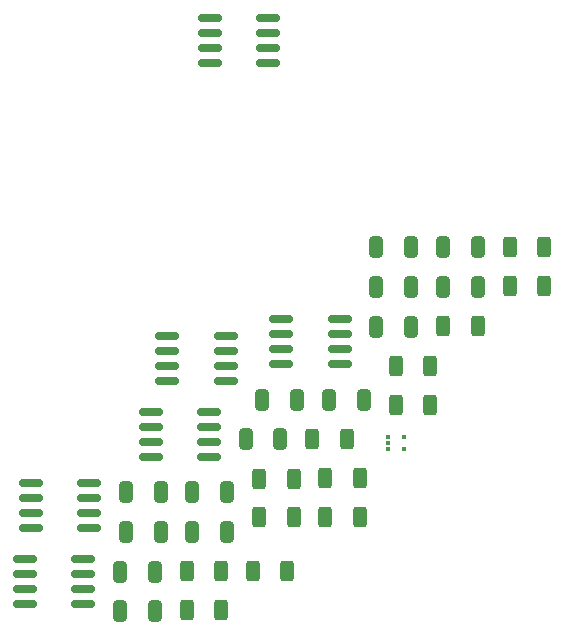
<source format=gbr>
%TF.GenerationSoftware,KiCad,Pcbnew,(6.0.1-0)*%
%TF.CreationDate,2023-01-23T11:43:19-05:00*%
%TF.ProjectId,Bias Coil Driver Full,42696173-2043-46f6-996c-204472697665,rev?*%
%TF.SameCoordinates,Original*%
%TF.FileFunction,Paste,Top*%
%TF.FilePolarity,Positive*%
%FSLAX46Y46*%
G04 Gerber Fmt 4.6, Leading zero omitted, Abs format (unit mm)*
G04 Created by KiCad (PCBNEW (6.0.1-0)) date 2023-01-23 11:43:19*
%MOMM*%
%LPD*%
G01*
G04 APERTURE LIST*
G04 Aperture macros list*
%AMRoundRect*
0 Rectangle with rounded corners*
0 $1 Rounding radius*
0 $2 $3 $4 $5 $6 $7 $8 $9 X,Y pos of 4 corners*
0 Add a 4 corners polygon primitive as box body*
4,1,4,$2,$3,$4,$5,$6,$7,$8,$9,$2,$3,0*
0 Add four circle primitives for the rounded corners*
1,1,$1+$1,$2,$3*
1,1,$1+$1,$4,$5*
1,1,$1+$1,$6,$7*
1,1,$1+$1,$8,$9*
0 Add four rect primitives between the rounded corners*
20,1,$1+$1,$2,$3,$4,$5,0*
20,1,$1+$1,$4,$5,$6,$7,0*
20,1,$1+$1,$6,$7,$8,$9,0*
20,1,$1+$1,$8,$9,$2,$3,0*%
G04 Aperture macros list end*
%ADD10RoundRect,0.250000X-0.325000X-0.650000X0.325000X-0.650000X0.325000X0.650000X-0.325000X0.650000X0*%
%ADD11RoundRect,0.150000X-0.825000X-0.150000X0.825000X-0.150000X0.825000X0.150000X-0.825000X0.150000X0*%
%ADD12R,0.450000X0.300000*%
%ADD13RoundRect,0.250000X-0.312500X-0.625000X0.312500X-0.625000X0.312500X0.625000X-0.312500X0.625000X0*%
G04 APERTURE END LIST*
D10*
%TO.C,C1*%
X86925000Y-65555000D03*
X89875000Y-65555000D03*
%TD*%
%TO.C,C12*%
X86445000Y-75605000D03*
X89395000Y-75605000D03*
%TD*%
%TO.C,C11*%
X108145000Y-48155000D03*
X111095000Y-48155000D03*
%TD*%
%TO.C,C10*%
X92575000Y-65555000D03*
X95525000Y-65555000D03*
%TD*%
%TO.C,C9*%
X108145000Y-44805000D03*
X111095000Y-44805000D03*
%TD*%
%TO.C,C8*%
X86925000Y-68905000D03*
X89875000Y-68905000D03*
%TD*%
%TO.C,C7*%
X104125000Y-57705000D03*
X107075000Y-57705000D03*
%TD*%
%TO.C,C6*%
X86445000Y-72255000D03*
X89395000Y-72255000D03*
%TD*%
%TO.C,C5*%
X98475000Y-57705000D03*
X101425000Y-57705000D03*
%TD*%
%TO.C,C4*%
X108145000Y-51505000D03*
X111095000Y-51505000D03*
%TD*%
%TO.C,C3*%
X113795000Y-48155000D03*
X116745000Y-48155000D03*
%TD*%
%TO.C,C2*%
X92575000Y-68905000D03*
X95525000Y-68905000D03*
%TD*%
%TO.C,C13*%
X97075000Y-61055000D03*
X100025000Y-61055000D03*
%TD*%
%TO.C,C14*%
X113795000Y-44805000D03*
X116745000Y-44805000D03*
%TD*%
D11*
%TO.C,U1*%
X78875000Y-64750000D03*
X78875000Y-66020000D03*
X78875000Y-67290000D03*
X78875000Y-68560000D03*
X83825000Y-68560000D03*
X83825000Y-67290000D03*
X83825000Y-66020000D03*
X83825000Y-64750000D03*
%TD*%
%TO.C,U2*%
X89025000Y-58750000D03*
X89025000Y-60020000D03*
X89025000Y-61290000D03*
X89025000Y-62560000D03*
X93975000Y-62560000D03*
X93975000Y-61290000D03*
X93975000Y-60020000D03*
X93975000Y-58750000D03*
%TD*%
%TO.C,U3*%
X94045000Y-25400000D03*
X94045000Y-26670000D03*
X94045000Y-27940000D03*
X94045000Y-29210000D03*
X98995000Y-29210000D03*
X98995000Y-27940000D03*
X98995000Y-26670000D03*
X98995000Y-25400000D03*
%TD*%
%TO.C,U4*%
X78395000Y-71200000D03*
X78395000Y-72470000D03*
X78395000Y-73740000D03*
X78395000Y-75010000D03*
X83345000Y-75010000D03*
X83345000Y-73740000D03*
X83345000Y-72470000D03*
X83345000Y-71200000D03*
%TD*%
%TO.C,U5*%
X100095000Y-50900000D03*
X100095000Y-52170000D03*
X100095000Y-53440000D03*
X100095000Y-54710000D03*
X105045000Y-54710000D03*
X105045000Y-53440000D03*
X105045000Y-52170000D03*
X105045000Y-50900000D03*
%TD*%
%TO.C,U6*%
X90425000Y-52300000D03*
X90425000Y-53570000D03*
X90425000Y-54840000D03*
X90425000Y-56110000D03*
X95375000Y-56110000D03*
X95375000Y-54840000D03*
X95375000Y-53570000D03*
X95375000Y-52300000D03*
%TD*%
D12*
%TO.C,U8*%
X109100000Y-60885000D03*
X109100000Y-61385000D03*
X109100000Y-61885000D03*
X110500000Y-61885000D03*
X110500000Y-60885000D03*
%TD*%
D13*
%TO.C,R1*%
X119437500Y-44775000D03*
X122362500Y-44775000D03*
%TD*%
%TO.C,R2*%
X92087500Y-72225000D03*
X95012500Y-72225000D03*
%TD*%
%TO.C,R3*%
X103827500Y-67605000D03*
X106752500Y-67605000D03*
%TD*%
%TO.C,R4*%
X102717500Y-61025000D03*
X105642500Y-61025000D03*
%TD*%
%TO.C,R5*%
X109767500Y-54825000D03*
X112692500Y-54825000D03*
%TD*%
%TO.C,R6*%
X92087500Y-75515000D03*
X95012500Y-75515000D03*
%TD*%
%TO.C,R7*%
X97697500Y-72225000D03*
X100622500Y-72225000D03*
%TD*%
%TO.C,R8*%
X103827500Y-64315000D03*
X106752500Y-64315000D03*
%TD*%
%TO.C,R9*%
X113787500Y-51475000D03*
X116712500Y-51475000D03*
%TD*%
%TO.C,R10*%
X119437500Y-48065000D03*
X122362500Y-48065000D03*
%TD*%
%TO.C,R11*%
X98217500Y-67665000D03*
X101142500Y-67665000D03*
%TD*%
%TO.C,R12*%
X109767500Y-58115000D03*
X112692500Y-58115000D03*
%TD*%
%TO.C,W1*%
X98217500Y-64375000D03*
X101142500Y-64375000D03*
%TD*%
M02*

</source>
